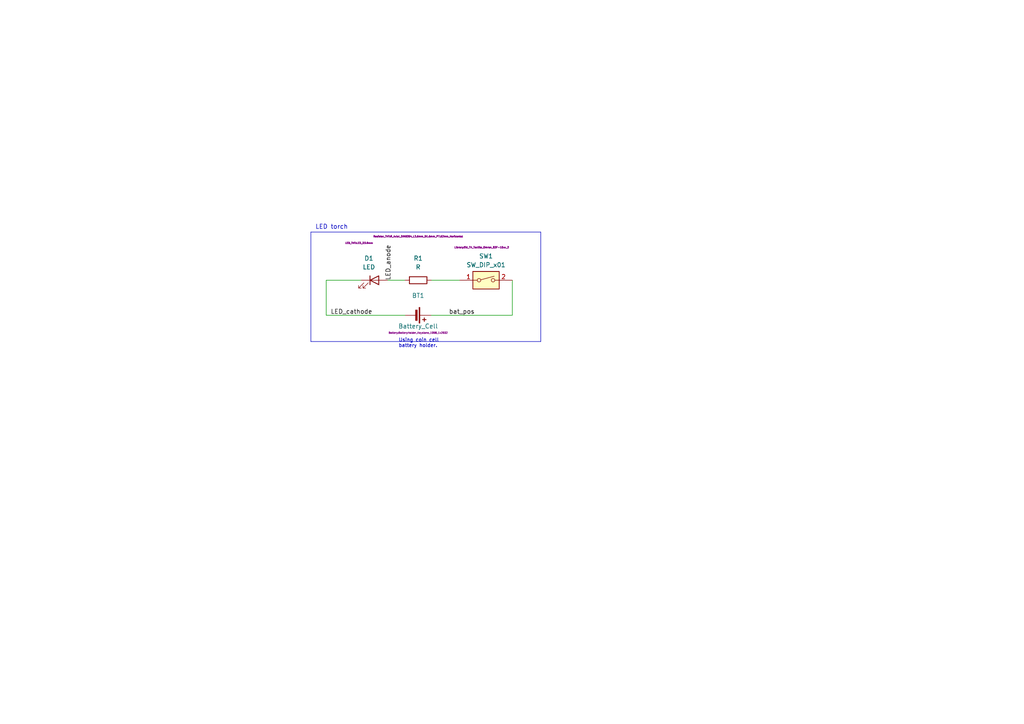
<source format=kicad_sch>
(kicad_sch (version 20230121) (generator eeschema)
  (paper "A4")
  (title_block (title "LED Tourch") (comment 1 "Project 1 of KiCad Like a PRo 3") (comment 2 "Matt Willy"))
  (lib_symbols
    (symbol "Device:Battery_Cell" (pin_numbers hide) (pin_names (offset 0) hide)
      (property "Reference" "BT" (at 2.54 2.54 0))
      (property "Value" "Battery_Cell" (at 2.54 0 0))
      (symbol "Battery_Cell_0_1"
        (rectangle (start -2.286 1.778) (end 2.286 1.524) (fill (type outline)))
        (rectangle (start -1.524 1.016) (end 1.524 0.508) (fill (type outline)))
        (polyline (pts (xy 0 0.762) (xy 0 0)))
        (polyline (pts (xy 0 1.778) (xy 0 2.54)))
        (polyline (pts (xy 0.762 3.048) (xy 1.778 3.048)) (stroke (width 0.254)))
        (polyline (pts (xy 1.27 3.556) (xy 1.27 2.54)) (stroke (width 0.254)))
      )
      (symbol "Battery_Cell_1_1"
        (pin passive line (at 0 5.08 270) (length 2.54) (name "+") (number "1"))
        (pin passive line (at 0 -2.54 90) (length 2.54) (name "-") (number "2"))
      )
    )
    (symbol "Device:LED" (pin_numbers hide) (pin_names (offset 1.016) hide)
      (property "Reference" "D" (at 0 2.54 0))
      (property "Value" "LED" (at 0 -2.54 0))
      (symbol "LED_0_1"
        (polyline (pts (xy -1.27 -1.27) (xy -1.27 1.27)) (stroke (width 0.254)))
        (polyline (pts (xy -1.27 0) (xy 1.27 0)))
        (polyline (pts (xy 1.27 -1.27) (xy 1.27 1.27) (xy -1.27 0) (xy 1.27 -1.27)) (stroke (width 0.254)))
        (polyline (pts (xy -3.048 -0.762) (xy -4.572 -2.286) (xy -3.81 -2.286) (xy -4.572 -2.286) (xy -4.572 -1.524)))
        (polyline (pts (xy -1.778 -0.762) (xy -3.302 -2.286) (xy -2.54 -2.286) (xy -3.302 -2.286) (xy -3.302 -1.524)))
      )
      (symbol "LED_1_1"
        (pin passive line (at -3.81 0 0) (length 2.54) (name "K") (number "1"))
        (pin passive line (at 3.81 0 180) (length 2.54) (name "A") (number "2"))
      )
    )
    (symbol "Device:R" (pin_numbers hide) (pin_names (offset 0))
      (property "Reference" "R" (at 2.032 0 90))
      (property "Value" "R" (at 0 0 90))
      (symbol "R_0_1"
        (rectangle (start -1.016 -2.54) (end 1.016 2.54) (stroke (width 0.254)))
      )
      (symbol "R_1_1"
        (pin passive line (at 0 3.81 270) (length 1.27) (name "~") (number "1"))
        (pin passive line (at 0 -3.81 90) (length 1.27) (name "~") (number "2"))
      )
    )
    (symbol "Switch:SW_DIP_x01" (pin_names (offset 0) hide)
      (property "Reference" "SW" (at 0 3.81 0))
      (property "Value" "SW_DIP_x01" (at 0 -3.81 0))
      (symbol "SW_DIP_x01_0_0"
        (circle (center -2.032 0) (radius 0.508))
        (polyline (pts (xy -1.524 0.127) (xy 2.3622 1.1684)))
        (circle (center 2.032 0) (radius 0.508))
      )
      (symbol "SW_DIP_x01_0_1"
        (rectangle (start -3.81 2.54) (end 3.81 -2.54) (stroke (width 0.254)) (fill (type background)))
      )
      (symbol "SW_DIP_x01_1_1"
        (pin passive line (at -7.62 0 0) (length 5.08) (name "~") (number "1"))
        (pin passive line (at 7.62 0 180) (length 5.08) (name "~") (number "2"))
      )
    )
  )
  (polyline (pts (xy 156.845 67.31) (xy 90.17 67.31)))
  (wire (pts (xy 125.095 91.44) (xy 148.59 91.44)))
  (wire (pts (xy 125.095 81.28) (xy 133.35 81.28)))
  (wire (pts (xy 94.615 91.44) (xy 117.475 91.44)))
  (wire (pts (xy 112.395 81.28) (xy 117.475 81.28)))
  (wire (pts (xy 94.615 91.44) (xy 94.615 81.28)))
  (wire (pts (xy 94.615 81.28) (xy 104.775 81.28)))
  (wire (pts (xy 148.59 91.44) (xy 148.59 81.28)))
  (polyline (pts (xy 156.845 99.06) (xy 156.845 67.31)))
  (polyline (pts (xy 90.17 67.31) (xy 90.17 99.06)))
  (polyline (pts (xy 90.17 99.06) (xy 156.845 99.06)))
  (text "LED torch" (at 91.44 66.675 0) (effects (font (size 1.27 1.27)) (justify left bottom)))
  (text "Using coin cell\nbattery holder." (at 115.57 100.965 0) (effects (font (size 1 1)) (justify left bottom)))
  (label "LED_anode" (at 113.665 81.28 90))
  (label "LED_cathode" (at 95.885 91.44 0))
  (label "bat_pos" (at 130.175 91.44 0))
  (symbol (lib_id "Device:R") (at 121.285 81.28 270) (unit 1)
    (property "Reference" "R1" (at 121.285 74.93 90))
    (property "Value" "R" (at 121.285 77.47 90))
    (property "Footprint" "Resistor_THT:R_Axial_DIN0204_L3.6mm_D1.6mm_P7.62mm_Horizontal" (at 121.285 68.58 90) (effects (font (size 0.5 0.5))))
  )
  (symbol (lib_id "Switch:SW_DIP_x01") (at 140.97 81.28 0) (unit 1)
    (property "Reference" "SW1" (at 140.97 74.295 0))
    (property "Value" "SW_DIP_x01" (at 140.97 76.835 0))
    (property "Footprint" "Library:SW_TH_Tactile_Omron_B3F-10xx_2" (at 139.7 71.755 0) (effects (font (size 0.5 0.5))))
  )
  (symbol (lib_id "Device:LED") (at 108.585 81.28 0) (unit 1)
    (property "Reference" "D1" (at 106.9975 74.93 0))
    (property "Value" "LED" (at 106.9975 77.47 0))
    (property "Footprint" "LED_THT:LED_D3.0mm" (at 104.14 70.485 0) (effects (font (size 0.5 0.5))))
  )
  (symbol (lib_id "Device:Battery_Cell") (at 120.015 91.44 270) (unit 1)
    (property "Reference" "BT1" (at 121.285 85.725 90))
    (property "Value" "Battery_Cell" (at 121.285 94.615 90))
    (property "Footprint" "Battery:BatteryHolder_Keystone_1058_1x2032" (at 121.285 96.52 90) (effects (font (size 0.5 0.5))))
  )
)
</source>
